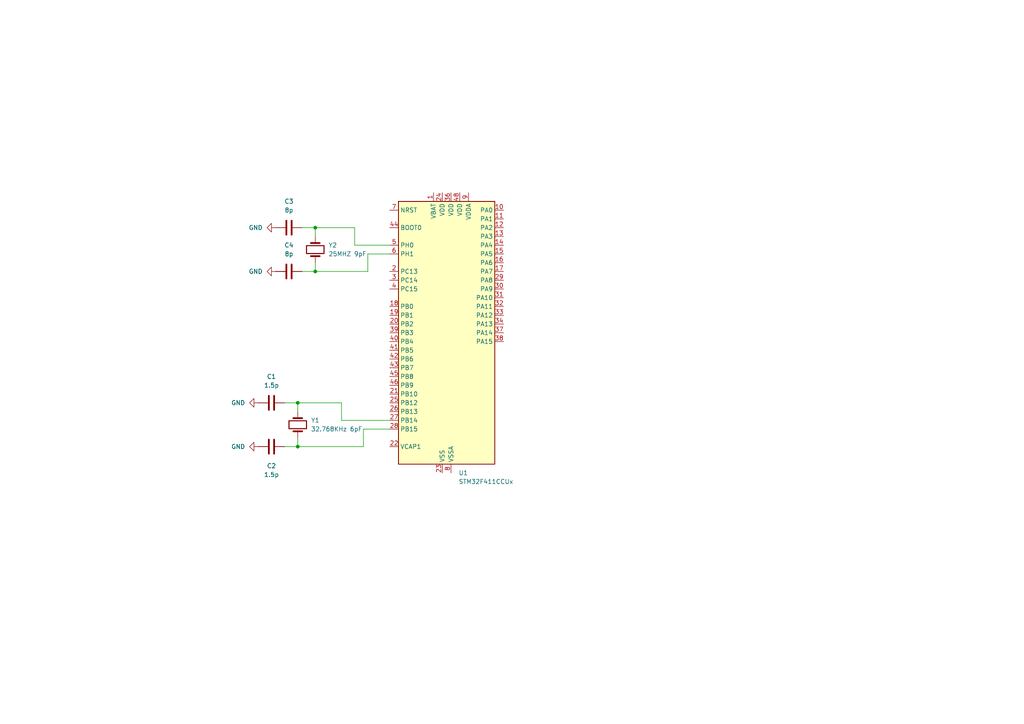
<source format=kicad_sch>
(kicad_sch (version 20231120) (generator "eeschema") (generator_version "8.0")
  (paper "A4")
  (lib_symbols
    (symbol "Device:C" (pin_numbers hide) (pin_names (offset 0.254))
      (property "Reference" "C" (at 0.635 2.54 0))
      (property "Value" "C" (at 0.635 -2.54 0))
      (symbol "C_0_1"
        (polyline (pts (xy -2.032 -0.762) (xy 2.032 -0.762)) (stroke (width 0.508)))
        (polyline (pts (xy -2.032 0.762) (xy 2.032 0.762)) (stroke (width 0.508)))
      )
      (symbol "C_1_1"
        (pin passive line (at 0 3.81 270) (length 2.794) (name "~") (number "1"))
        (pin passive line (at 0 -3.81 90) (length 2.794) (name "~") (number "2"))
      )
    )
    (symbol "Device:Crystal" (pin_numbers hide) (pin_names (offset 1.016) hide)
      (property "Reference" "Y" (at 0 3.81 0))
      (property "Value" "Crystal" (at 0 -3.81 0))
      (symbol "Crystal_0_1"
        (rectangle (start -1.143 2.54) (end 1.143 -2.54) (stroke (width 0.3048)))
        (polyline (pts (xy -2.54 0) (xy -1.905 0)))
        (polyline (pts (xy -1.905 -1.27) (xy -1.905 1.27)) (stroke (width 0.508)))
        (polyline (pts (xy 1.905 -1.27) (xy 1.905 1.27)) (stroke (width 0.508)))
        (polyline (pts (xy 2.54 0) (xy 1.905 0)))
      )
      (symbol "Crystal_1_1"
        (pin passive line (at -3.81 0 0) (length 1.27) (name "1") (number "1"))
        (pin passive line (at 3.81 0 180) (length 1.27) (name "2") (number "2"))
      )
    )
    (symbol "MCU_ST_STM32F4:STM32F411CCUx"
      (property "Reference" "U" (at -12.7 39.37 0))
      (property "Value" "STM32F411CCUx" (at 10.16 39.37 0))
      (symbol "STM32F411CCUx_0_1"
        (rectangle (start -12.7 -38.1) (end 15.24 38.1) (stroke (width 0.254)) (fill (type background)))
      )
      (symbol "STM32F411CCUx_1_1"
        (pin power_in line (at -2.54 40.64 270) (length 2.54) (name "VBAT") (number "1"))
        (pin bidirectional line (at 17.78 35.56 180) (length 2.54) (name "PA0") (number "10"))
        (pin bidirectional line (at 17.78 33.02 180) (length 2.54) (name "PA1") (number "11"))
        (pin bidirectional line (at 17.78 30.48 180) (length 2.54) (name "PA2") (number "12"))
        (pin bidirectional line (at 17.78 27.94 180) (length 2.54) (name "PA3") (number "13"))
        (pin bidirectional line (at 17.78 25.4 180) (length 2.54) (name "PA4") (number "14"))
        (pin bidirectional line (at 17.78 22.86 180) (length 2.54) (name "PA5") (number "15"))
        (pin bidirectional line (at 17.78 20.32 180) (length 2.54) (name "PA6") (number "16"))
        (pin bidirectional line (at 17.78 17.78 180) (length 2.54) (name "PA7") (number "17"))
        (pin bidirectional line (at -15.24 7.62 0) (length 2.54) (name "PB0") (number "18"))
        (pin bidirectional line (at -15.24 5.08 0) (length 2.54) (name "PB1") (number "19"))
        (pin bidirectional line (at -15.24 17.78 0) (length 2.54) (name "PC13") (number "2"))
        (pin bidirectional line (at -15.24 2.54 0) (length 2.54) (name "PB2") (number "20"))
        (pin bidirectional line (at -15.24 -17.78 0) (length 2.54) (name "PB10") (number "21"))
        (pin power_out line (at -15.24 -33.02 0) (length 2.54) (name "VCAP1") (number "22"))
        (pin power_in line (at 0 -40.64 90) (length 2.54) (name "VSS") (number "23"))
        (pin power_in line (at 0 40.64 270) (length 2.54) (name "VDD") (number "24"))
        (pin bidirectional line (at -15.24 -20.32 0) (length 2.54) (name "PB12") (number "25"))
        (pin bidirectional line (at -15.24 -22.86 0) (length 2.54) (name "PB13") (number "26"))
        (pin bidirectional line (at -15.24 -25.4 0) (length 2.54) (name "PB14") (number "27"))
        (pin bidirectional line (at -15.24 -27.94 0) (length 2.54) (name "PB15") (number "28"))
        (pin bidirectional line (at 17.78 15.24 180) (length 2.54) (name "PA8") (number "29"))
        (pin bidirectional line (at -15.24 15.24 0) (length 2.54) (name "PC14") (number "3"))
        (pin bidirectional line (at 17.78 12.7 180) (length 2.54) (name "PA9") (number "30"))
        (pin bidirectional line (at 17.78 10.16 180) (length 2.54) (name "PA10") (number "31"))
        (pin bidirectional line (at 17.78 7.62 180) (length 2.54) (name "PA11") (number "32"))
        (pin bidirectional line (at 17.78 5.08 180) (length 2.54) (name "PA12") (number "33"))
        (pin bidirectional line (at 17.78 2.54 180) (length 2.54) (name "PA13") (number "34"))
        (pin passive line (at 0 -40.64 90) (length 2.54) hide (name "VSS") (number "35"))
        (pin power_in line (at 2.54 40.64 270) (length 2.54) (name "VDD") (number "36"))
        (pin bidirectional line (at 17.78 0 180) (length 2.54) (name "PA14") (number "37"))
        (pin bidirectional line (at 17.78 -2.54 180) (length 2.54) (name "PA15") (number "38"))
        (pin bidirectional line (at -15.24 0 0) (length 2.54) (name "PB3") (number "39"))
        (pin bidirectional line (at -15.24 12.7 0) (length 2.54) (name "PC15") (number "4"))
        (pin bidirectional line (at -15.24 -2.54 0) (length 2.54) (name "PB4") (number "40"))
        (pin bidirectional line (at -15.24 -5.08 0) (length 2.54) (name "PB5") (number "41"))
        (pin bidirectional line (at -15.24 -7.62 0) (length 2.54) (name "PB6") (number "42"))
        (pin bidirectional line (at -15.24 -10.16 0) (length 2.54) (name "PB7") (number "43"))
        (pin input line (at -15.24 30.48 0) (length 2.54) (name "BOOT0") (number "44"))
        (pin bidirectional line (at -15.24 -12.7 0) (length 2.54) (name "PB8") (number "45"))
        (pin bidirectional line (at -15.24 -15.24 0) (length 2.54) (name "PB9") (number "46"))
        (pin passive line (at 0 -40.64 90) (length 2.54) hide (name "VSS") (number "47"))
        (pin power_in line (at 5.08 40.64 270) (length 2.54) (name "VDD") (number "48"))
        (pin passive line (at 0 -40.64 90) (length 2.54) hide (name "VSS") (number "49"))
        (pin bidirectional line (at -15.24 25.4 0) (length 2.54) (name "PH0") (number "5"))
        (pin bidirectional line (at -15.24 22.86 0) (length 2.54) (name "PH1") (number "6"))
        (pin input line (at -15.24 35.56 0) (length 2.54) (name "NRST") (number "7"))
        (pin power_in line (at 2.54 -40.64 90) (length 2.54) (name "VSSA") (number "8"))
        (pin power_in line (at 7.62 40.64 270) (length 2.54) (name "VDDA") (number "9"))
      )
    )
    (symbol "power:GND" (power) (pin_numbers hide) (pin_names (offset 0) hide)
      (property "Value" "GND" (at 0 -3.81 0))
      (symbol "GND_0_1"
        (polyline (pts (xy 0 0) (xy 0 -1.27) (xy 1.27 -1.27) (xy 0 -2.54) (xy -1.27 -1.27) (xy 0 -1.27)))
      )
      (symbol "GND_1_1"
        (pin power_in line (at 0 0 270) (length 0) (name "~") (number "1"))
      )
    )
  )
  (junction (at 91.44 66.04))
  (junction (at 86.36 129.54))
  (junction (at 86.36 116.84))
  (junction (at 91.44 78.74))
  (wire (pts (xy 86.36 116.84) (xy 86.36 119.38)))
  (wire (pts (xy 113.03 124.46) (xy 105.41 124.46)))
  (wire (pts (xy 105.41 124.46) (xy 105.41 129.54)))
  (wire (pts (xy 82.55 129.54) (xy 86.36 129.54)))
  (wire (pts (xy 87.63 78.74) (xy 91.44 78.74)))
  (wire (pts (xy 106.68 73.66) (xy 106.68 78.74)))
  (wire (pts (xy 91.44 76.2) (xy 91.44 78.74)))
  (wire (pts (xy 91.44 78.74) (xy 106.68 78.74)))
  (wire (pts (xy 102.87 66.04) (xy 102.87 71.12)))
  (wire (pts (xy 91.44 66.04) (xy 102.87 66.04)))
  (wire (pts (xy 87.63 66.04) (xy 91.44 66.04)))
  (wire (pts (xy 99.06 116.84) (xy 99.06 121.92)))
  (wire (pts (xy 86.36 129.54) (xy 105.41 129.54)))
  (wire (pts (xy 99.06 121.92) (xy 113.03 121.92)))
  (wire (pts (xy 86.36 127) (xy 86.36 129.54)))
  (wire (pts (xy 113.03 73.66) (xy 106.68 73.66)))
  (wire (pts (xy 91.44 66.04) (xy 91.44 68.58)))
  (wire (pts (xy 86.36 116.84) (xy 99.06 116.84)))
  (wire (pts (xy 82.55 116.84) (xy 86.36 116.84)))
  (wire (pts (xy 102.87 71.12) (xy 113.03 71.12)))
  (symbol (lib_id "Device:Crystal") (at 86.36 123.19 90) (unit 1)
    (property "Reference" "Y1" (at 90.17 121.9199 90) (effects (justify right)))
    (property "Value" "32.768KHz 6pF" (at 90.17 124.4599 90) (effects (justify right)))
    (property "Description" "Two pin crystal" (effects (hide yes)))
  )
  (symbol (lib_id "power:GND") (at 74.93 116.84 270) (unit 1)
    (property "Reference" "#PWR02" (effects (hide yes)))
    (property "Value" "GND" (at 71.12 116.8399 90) (effects (justify right)))
    (property "Description" "Power symbol creates a global label with name \"GND\" , ground" (effects (hide yes)))
  )
  (symbol (lib_id "power:GND") (at 74.93 129.54 270) (unit 1)
    (property "Reference" "#PWR01" (effects (hide yes)))
    (property "Value" "GND" (at 71.12 129.5399 90) (effects (justify right)))
    (property "Description" "Power symbol creates a global label with name \"GND\" , ground" (effects (hide yes)))
  )
  (symbol (lib_id "Device:C") (at 83.82 66.04 90) (unit 1)
    (property "Reference" "C3" (at 83.82 58.42 90))
    (property "Value" "8p" (at 83.82 60.96 90))
    (property "Description" "Unpolarized capacitor" (effects (hide yes)))
  )
  (symbol (lib_id "Device:Crystal") (at 91.44 72.39 90) (unit 1)
    (property "Reference" "Y2" (at 95.25 71.1199 90) (effects (justify right)))
    (property "Value" "25MHZ 9pF" (at 95.25 73.6599 90) (effects (justify right)))
    (property "Description" "Two pin crystal" (effects (hide yes)))
  )
  (symbol (lib_id "power:GND") (at 80.01 66.04 270) (unit 1)
    (property "Reference" "#PWR03" (effects (hide yes)))
    (property "Value" "GND" (at 76.2 66.0399 90) (effects (justify right)))
    (property "Description" "Power symbol creates a global label with name \"GND\" , ground" (effects (hide yes)))
  )
  (symbol (lib_id "power:GND") (at 80.01 78.74 270) (unit 1)
    (property "Reference" "#PWR04" (effects (hide yes)))
    (property "Value" "GND" (at 76.2 78.7399 90) (effects (justify right)))
    (property "Description" "Power symbol creates a global label with name \"GND\" , ground" (effects (hide yes)))
  )
  (symbol (lib_id "Device:C") (at 83.82 78.74 90) (unit 1)
    (property "Reference" "C4" (at 83.82 71.12 90))
    (property "Value" "8p" (at 83.82 73.66 90))
    (property "Description" "Unpolarized capacitor" (effects (hide yes)))
  )
  (symbol (lib_id "MCU_ST_STM32F4:STM32F411CCUx") (at 128.27 96.52 0) (unit 1)
    (property "Reference" "U1" (at 133.0041 137.16 0) (effects (justify left)))
    (property "Value" "STM32F411CCUx" (at 133.0041 139.7 0) (effects (justify left)))
    (property "Footprint" "Package_DFN_QFN:QFN-48-1EP_7x7mm_P0.5mm_EP5.6x5.6mm" (effects (hide yes)))
    (property "Datasheet" "https://www.st.com/resource/en/datasheet/stm32f411cc.pdf" (effects (hide yes)))
    (property "Description" "STMicroelectronics Arm Cortex-M4 MCU, 256KB flash, 128KB RAM, 100 MHz, 1.7-3.6V, 36 GPIO, UFQFPN48" (effects (hide yes)))
  )
  (symbol (lib_id "Device:C") (at 78.74 116.84 90) (unit 1)
    (property "Reference" "C1" (at 78.74 109.22 90))
    (property "Value" "1.5p" (at 78.74 111.76 90))
    (property "Description" "Unpolarized capacitor" (effects (hide yes)))
  )
  (symbol (lib_id "Device:C") (at 78.74 129.54 90) (unit 1)
    (property "Reference" "C2" (at 78.74 135.128 90))
    (property "Value" "1.5p" (at 78.74 137.668 90))
    (property "Description" "Unpolarized capacitor" (effects (hide yes)))
  )
)
</source>
